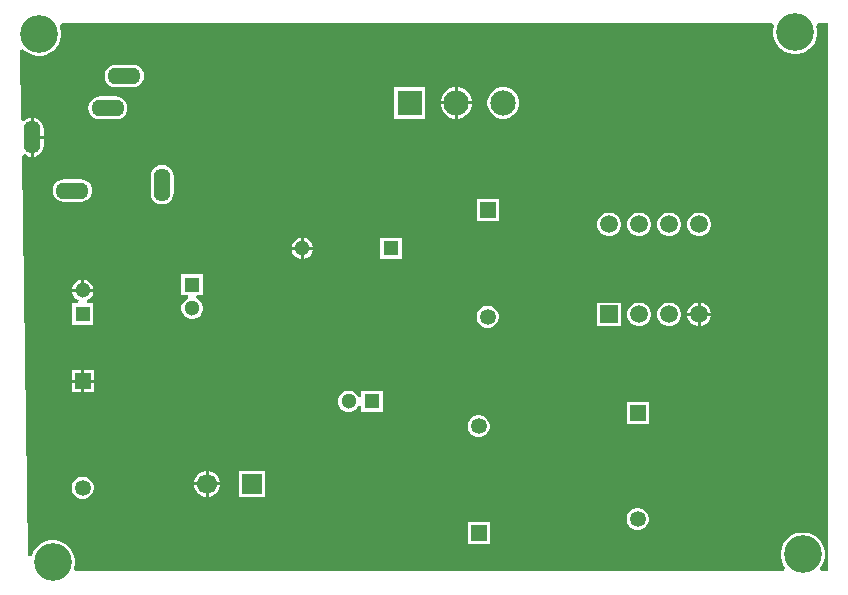
<source format=gtl>
G04*
G04 #@! TF.GenerationSoftware,Altium Limited,Altium Designer,25.2.1 (25)*
G04*
G04 Layer_Physical_Order=1*
G04 Layer_Color=255*
%FSLAX25Y25*%
%MOIN*%
G70*
G04*
G04 #@! TF.SameCoordinates,850D5FA2-28C2-4C25-8C15-A94B59A84C3C*
G04*
G04*
G04 #@! TF.FilePolarity,Positive*
G04*
G01*
G75*
%ADD28C,0.05118*%
%ADD29R,0.05118X0.05118*%
%ADD32C,0.12598*%
%ADD33C,0.08465*%
%ADD34R,0.08465X0.08465*%
%ADD35R,0.05315X0.05315*%
%ADD36C,0.05315*%
%ADD37R,0.05906X0.05906*%
%ADD38C,0.05906*%
%ADD39C,0.06693*%
%ADD40R,0.06693X0.06693*%
%ADD41R,0.05118X0.05118*%
%ADD42O,0.05512X0.11024*%
%ADD43O,0.11024X0.05512*%
G36*
X372500Y307000D02*
X370065D01*
X369772Y308000D01*
X370468Y309043D01*
X371019Y310371D01*
X371299Y311781D01*
Y313219D01*
X371019Y314629D01*
X370468Y315957D01*
X369670Y317153D01*
X368653Y318170D01*
X367458Y318969D01*
X366129Y319519D01*
X364719Y319799D01*
X363281D01*
X361871Y319519D01*
X360542Y318969D01*
X359347Y318170D01*
X358330Y317153D01*
X357531Y315957D01*
X356981Y314629D01*
X356701Y313219D01*
Y311781D01*
X356981Y310371D01*
X357531Y309043D01*
X358228Y308000D01*
X357935Y307000D01*
X121558D01*
X121197Y307540D01*
X121044Y308000D01*
X121299Y309281D01*
Y310719D01*
X121019Y312129D01*
X120468Y313457D01*
X119670Y314653D01*
X118653Y315670D01*
X117457Y316469D01*
X116129Y317019D01*
X114719Y317299D01*
X113281D01*
X111871Y317019D01*
X110543Y316469D01*
X109347Y315670D01*
X108330Y314653D01*
X107531Y313457D01*
X106981Y312129D01*
X106937Y311905D01*
X105935Y311995D01*
X103765Y445454D01*
X103979Y445630D01*
X104758Y445903D01*
X105311Y445479D01*
X106224Y445101D01*
X106705Y445037D01*
Y451516D01*
Y457994D01*
X106224Y457931D01*
X105311Y457552D01*
X104578Y456990D01*
X104340Y457028D01*
X103572Y457349D01*
X103194Y480569D01*
X104187Y480990D01*
X104847Y480330D01*
X106043Y479531D01*
X107371Y478981D01*
X108781Y478701D01*
X110219D01*
X111629Y478981D01*
X112958Y479531D01*
X114153Y480330D01*
X115170Y481347D01*
X115969Y482543D01*
X116519Y483871D01*
X116799Y485281D01*
Y486719D01*
X116519Y488129D01*
X116365Y488500D01*
X117033Y489500D01*
X353942D01*
X354303Y488960D01*
X354456Y488500D01*
X354201Y487219D01*
Y485781D01*
X354481Y484371D01*
X355031Y483042D01*
X355830Y481847D01*
X356847Y480830D01*
X358043Y480031D01*
X359371Y479481D01*
X360781Y479201D01*
X362219D01*
X363629Y479481D01*
X364957Y480031D01*
X366153Y480830D01*
X367170Y481847D01*
X367969Y483042D01*
X368519Y484371D01*
X368799Y485781D01*
Y487219D01*
X368544Y488500D01*
X368697Y488960D01*
X369058Y489500D01*
X372500D01*
Y307000D01*
D02*
G37*
%LPC*%
G36*
X140669Y475776D02*
X135158D01*
X134177Y475647D01*
X133263Y475269D01*
X132479Y474667D01*
X131877Y473882D01*
X131498Y472969D01*
X131369Y471988D01*
X131498Y471008D01*
X131877Y470094D01*
X132479Y469310D01*
X133263Y468707D01*
X134177Y468329D01*
X135158Y468200D01*
X140669D01*
X141650Y468329D01*
X142563Y468707D01*
X143348Y469310D01*
X143950Y470094D01*
X144328Y471008D01*
X144458Y471988D01*
X144328Y472969D01*
X143950Y473882D01*
X143348Y474667D01*
X142563Y475269D01*
X141650Y475647D01*
X140669Y475776D01*
D02*
G37*
G36*
X249279Y468232D02*
X249091D01*
Y463500D01*
X253823D01*
Y463689D01*
X253466Y465020D01*
X252777Y466213D01*
X251803Y467187D01*
X250610Y467876D01*
X249279Y468232D01*
D02*
G37*
G36*
X248091D02*
X247902D01*
X246571Y467876D01*
X245378Y467187D01*
X244404Y466213D01*
X243715Y465020D01*
X243358Y463689D01*
Y463500D01*
X248091D01*
Y468232D01*
D02*
G37*
G36*
X264870D02*
X263492D01*
X262161Y467876D01*
X260968Y467187D01*
X259994Y466213D01*
X259305Y465020D01*
X258949Y463689D01*
Y462311D01*
X259305Y460980D01*
X259994Y459787D01*
X260968Y458813D01*
X262161Y458124D01*
X263492Y457768D01*
X264870D01*
X266201Y458124D01*
X267394Y458813D01*
X268368Y459787D01*
X269057Y460980D01*
X269413Y462311D01*
Y463689D01*
X269057Y465020D01*
X268368Y466213D01*
X267394Y467187D01*
X266201Y467876D01*
X264870Y468232D01*
D02*
G37*
G36*
X253823Y462500D02*
X249091D01*
Y457768D01*
X249279D01*
X250610Y458124D01*
X251803Y458813D01*
X252777Y459787D01*
X253466Y460980D01*
X253823Y462311D01*
Y462500D01*
D02*
G37*
G36*
X248091D02*
X243358D01*
Y462311D01*
X243715Y460980D01*
X244404Y459787D01*
X245378Y458813D01*
X246571Y458124D01*
X247902Y457768D01*
X248091D01*
Y462500D01*
D02*
G37*
G36*
X238232Y468232D02*
X227768D01*
Y457768D01*
X238232D01*
Y468232D01*
D02*
G37*
G36*
X135158Y465147D02*
X129646D01*
X128665Y465018D01*
X127752Y464639D01*
X126967Y464037D01*
X126365Y463252D01*
X125986Y462339D01*
X125857Y461358D01*
X125986Y460378D01*
X126365Y459464D01*
X126967Y458679D01*
X127752Y458077D01*
X128665Y457699D01*
X129646Y457570D01*
X135158D01*
X136138Y457699D01*
X137052Y458077D01*
X137836Y458679D01*
X138438Y459464D01*
X138817Y460378D01*
X138946Y461358D01*
X138817Y462339D01*
X138438Y463252D01*
X137836Y464037D01*
X137052Y464639D01*
X136138Y465018D01*
X135158Y465147D01*
D02*
G37*
G36*
X107705Y457994D02*
Y452016D01*
X110993D01*
Y454272D01*
X110864Y455252D01*
X110485Y456166D01*
X109883Y456950D01*
X109099Y457552D01*
X108185Y457931D01*
X107705Y457994D01*
D02*
G37*
G36*
X110993Y451016D02*
X107705D01*
Y445037D01*
X108185Y445101D01*
X109099Y445479D01*
X109883Y446081D01*
X110485Y446866D01*
X110864Y447779D01*
X110993Y448760D01*
Y451016D01*
D02*
G37*
G36*
X123346Y437587D02*
X117835D01*
X116854Y437458D01*
X115940Y437080D01*
X115156Y436478D01*
X114554Y435693D01*
X114175Y434780D01*
X114046Y433799D01*
X114175Y432819D01*
X114554Y431905D01*
X115156Y431120D01*
X115940Y430518D01*
X116854Y430140D01*
X117835Y430011D01*
X123346D01*
X124327Y430140D01*
X125241Y430518D01*
X126025Y431120D01*
X126627Y431905D01*
X127006Y432819D01*
X127135Y433799D01*
X127006Y434780D01*
X126627Y435693D01*
X126025Y436478D01*
X125241Y437080D01*
X124327Y437458D01*
X123346Y437587D01*
D02*
G37*
G36*
X150512Y442312D02*
X149531Y442183D01*
X148618Y441804D01*
X147833Y441202D01*
X147231Y440418D01*
X146853Y439504D01*
X146723Y438524D01*
Y433012D01*
X146853Y432031D01*
X147231Y431118D01*
X147833Y430333D01*
X148618Y429731D01*
X149531Y429353D01*
X150512Y429223D01*
X151492Y429353D01*
X152406Y429731D01*
X153191Y430333D01*
X153793Y431118D01*
X154171Y432031D01*
X154300Y433012D01*
Y438524D01*
X154171Y439504D01*
X153793Y440418D01*
X153191Y441202D01*
X152406Y441804D01*
X151492Y442183D01*
X150512Y442312D01*
D02*
G37*
G36*
X262657Y430874D02*
X255343D01*
Y423559D01*
X262657D01*
Y430874D01*
D02*
G37*
G36*
X330020Y426453D02*
X328980D01*
X327974Y426183D01*
X327073Y425663D01*
X326337Y424927D01*
X325817Y424026D01*
X325547Y423020D01*
Y421980D01*
X325817Y420974D01*
X326337Y420073D01*
X327073Y419337D01*
X327974Y418817D01*
X328980Y418547D01*
X330020D01*
X331026Y418817D01*
X331927Y419337D01*
X332663Y420073D01*
X333183Y420974D01*
X333453Y421980D01*
Y423020D01*
X333183Y424026D01*
X332663Y424927D01*
X331927Y425663D01*
X331026Y426183D01*
X330020Y426453D01*
D02*
G37*
G36*
X320020D02*
X318980D01*
X317974Y426183D01*
X317073Y425663D01*
X316337Y424927D01*
X315817Y424026D01*
X315547Y423020D01*
Y421980D01*
X315817Y420974D01*
X316337Y420073D01*
X317073Y419337D01*
X317974Y418817D01*
X318980Y418547D01*
X320020D01*
X321026Y418817D01*
X321927Y419337D01*
X322663Y420073D01*
X323183Y420974D01*
X323453Y421980D01*
Y423020D01*
X323183Y424026D01*
X322663Y424927D01*
X321927Y425663D01*
X321026Y426183D01*
X320020Y426453D01*
D02*
G37*
G36*
X310020D02*
X308980D01*
X307974Y426183D01*
X307073Y425663D01*
X306337Y424927D01*
X305817Y424026D01*
X305547Y423020D01*
Y421980D01*
X305817Y420974D01*
X306337Y420073D01*
X307073Y419337D01*
X307974Y418817D01*
X308980Y418547D01*
X310020D01*
X311026Y418817D01*
X311927Y419337D01*
X312663Y420073D01*
X313183Y420974D01*
X313453Y421980D01*
Y423020D01*
X313183Y424026D01*
X312663Y424927D01*
X311927Y425663D01*
X311026Y426183D01*
X310020Y426453D01*
D02*
G37*
G36*
X300020D02*
X298980D01*
X297974Y426183D01*
X297073Y425663D01*
X296337Y424927D01*
X295817Y424026D01*
X295547Y423020D01*
Y421980D01*
X295817Y420974D01*
X296337Y420073D01*
X297073Y419337D01*
X297974Y418817D01*
X298980Y418547D01*
X300020D01*
X301026Y418817D01*
X301927Y419337D01*
X302663Y420073D01*
X303183Y420974D01*
X303453Y421980D01*
Y423020D01*
X303183Y424026D01*
X302663Y424927D01*
X301927Y425663D01*
X301026Y426183D01*
X300020Y426453D01*
D02*
G37*
G36*
X197736Y418051D02*
Y415000D01*
X200787D01*
X200553Y415874D01*
X200084Y416685D01*
X199422Y417348D01*
X198610Y417816D01*
X197736Y418051D01*
D02*
G37*
G36*
X196736D02*
X195862Y417816D01*
X195051Y417348D01*
X194388Y416685D01*
X193920Y415874D01*
X193686Y415000D01*
X196736D01*
Y418051D01*
D02*
G37*
G36*
X200787Y414000D02*
X197736D01*
Y410949D01*
X198610Y411184D01*
X199422Y411652D01*
X200084Y412315D01*
X200553Y413126D01*
X200787Y414000D01*
D02*
G37*
G36*
X196736D02*
X193686D01*
X193920Y413126D01*
X194388Y412315D01*
X195051Y411652D01*
X195862Y411184D01*
X196736Y410949D01*
Y414000D01*
D02*
G37*
G36*
X230323Y418059D02*
X223205D01*
Y410941D01*
X230323D01*
Y418059D01*
D02*
G37*
G36*
X124500Y404051D02*
Y401000D01*
X127551D01*
X127316Y401874D01*
X126848Y402685D01*
X126185Y403348D01*
X125374Y403817D01*
X124500Y404051D01*
D02*
G37*
G36*
X123500D02*
X122626Y403817D01*
X121815Y403348D01*
X121152Y402685D01*
X120684Y401874D01*
X120449Y401000D01*
X123500D01*
Y404051D01*
D02*
G37*
G36*
X330020Y396453D02*
X330000D01*
Y393000D01*
X333453D01*
Y393020D01*
X333183Y394026D01*
X332663Y394927D01*
X331927Y395663D01*
X331026Y396183D01*
X330020Y396453D01*
D02*
G37*
G36*
X329000D02*
X328980D01*
X327974Y396183D01*
X327073Y395663D01*
X326337Y394927D01*
X325817Y394026D01*
X325547Y393020D01*
Y393000D01*
X329000D01*
Y396453D01*
D02*
G37*
G36*
X164059Y405996D02*
X156941D01*
Y398878D01*
X158989D01*
X159126Y397880D01*
X158315Y397411D01*
X157652Y396748D01*
X157184Y395937D01*
X156941Y395032D01*
Y394094D01*
X157184Y393189D01*
X157652Y392378D01*
X158315Y391715D01*
X159126Y391247D01*
X160031Y391004D01*
X160969D01*
X161874Y391247D01*
X162685Y391715D01*
X163348Y392378D01*
X163816Y393189D01*
X164059Y394094D01*
Y395032D01*
X163816Y395937D01*
X163348Y396748D01*
X162685Y397411D01*
X161874Y397880D01*
X162011Y398878D01*
X164059D01*
Y405996D01*
D02*
G37*
G36*
X127551Y400000D02*
X124000D01*
X120449D01*
X120684Y399126D01*
X121152Y398315D01*
X121815Y397652D01*
X122626Y397183D01*
X122489Y396185D01*
X120441D01*
Y389067D01*
X127559D01*
Y396185D01*
X125511D01*
X125374Y397183D01*
X126185Y397652D01*
X126848Y398315D01*
X127316Y399126D01*
X127551Y400000D01*
D02*
G37*
G36*
X333453Y392000D02*
X330000D01*
Y388547D01*
X330020D01*
X331026Y388817D01*
X331927Y389337D01*
X332663Y390073D01*
X333183Y390974D01*
X333453Y391980D01*
Y392000D01*
D02*
G37*
G36*
X329000D02*
X325547D01*
Y391980D01*
X325817Y390974D01*
X326337Y390073D01*
X327073Y389337D01*
X327974Y388817D01*
X328980Y388547D01*
X329000D01*
Y392000D01*
D02*
G37*
G36*
X320020Y396453D02*
X318980D01*
X317974Y396183D01*
X317073Y395663D01*
X316337Y394927D01*
X315817Y394026D01*
X315547Y393020D01*
Y391980D01*
X315817Y390974D01*
X316337Y390073D01*
X317073Y389337D01*
X317974Y388817D01*
X318980Y388547D01*
X320020D01*
X321026Y388817D01*
X321927Y389337D01*
X322663Y390073D01*
X323183Y390974D01*
X323453Y391980D01*
Y393020D01*
X323183Y394026D01*
X322663Y394927D01*
X321927Y395663D01*
X321026Y396183D01*
X320020Y396453D01*
D02*
G37*
G36*
X310020D02*
X308980D01*
X307974Y396183D01*
X307073Y395663D01*
X306337Y394927D01*
X305817Y394026D01*
X305547Y393020D01*
Y391980D01*
X305817Y390974D01*
X306337Y390073D01*
X307073Y389337D01*
X307974Y388817D01*
X308980Y388547D01*
X310020D01*
X311026Y388817D01*
X311927Y389337D01*
X312663Y390073D01*
X313183Y390974D01*
X313453Y391980D01*
Y393020D01*
X313183Y394026D01*
X312663Y394927D01*
X311927Y395663D01*
X311026Y396183D01*
X310020Y396453D01*
D02*
G37*
G36*
X303453D02*
X295547D01*
Y388547D01*
X303453D01*
Y396453D01*
D02*
G37*
G36*
X259482Y395441D02*
X258519D01*
X257588Y395192D01*
X256754Y394710D01*
X256073Y394029D01*
X255592Y393195D01*
X255343Y392265D01*
Y391302D01*
X255592Y390372D01*
X256073Y389538D01*
X256754Y388857D01*
X257588Y388375D01*
X258519Y388126D01*
X259482D01*
X260412Y388375D01*
X261246Y388857D01*
X261927Y389538D01*
X262408Y390372D01*
X262657Y391302D01*
Y392265D01*
X262408Y393195D01*
X261927Y394029D01*
X261246Y394710D01*
X260412Y395192D01*
X259482Y395441D01*
D02*
G37*
G36*
X127657Y373874D02*
X124500D01*
Y370717D01*
X127657D01*
Y373874D01*
D02*
G37*
G36*
X123500D02*
X120343D01*
Y370717D01*
X123500D01*
Y373874D01*
D02*
G37*
G36*
X127657Y369717D02*
X124500D01*
Y366559D01*
X127657D01*
Y369717D01*
D02*
G37*
G36*
X123500D02*
X120343D01*
Y366559D01*
X123500D01*
Y369717D01*
D02*
G37*
G36*
X224059Y367059D02*
X216941D01*
Y365011D01*
X215943Y364874D01*
X215474Y365685D01*
X214811Y366348D01*
X214000Y366816D01*
X213095Y367059D01*
X212157D01*
X211252Y366816D01*
X210441Y366348D01*
X209778Y365685D01*
X209310Y364874D01*
X209067Y363969D01*
Y363031D01*
X209310Y362126D01*
X209778Y361315D01*
X210441Y360652D01*
X211252Y360184D01*
X212157Y359941D01*
X213095D01*
X214000Y360184D01*
X214811Y360652D01*
X215474Y361315D01*
X215943Y362126D01*
X216941Y361989D01*
Y359941D01*
X224059D01*
Y367059D01*
D02*
G37*
G36*
X312657Y363374D02*
X305343D01*
Y356059D01*
X312657D01*
Y363374D01*
D02*
G37*
G36*
X256482Y358874D02*
X255519D01*
X254588Y358625D01*
X253754Y358143D01*
X253073Y357462D01*
X252592Y356628D01*
X252343Y355698D01*
Y354735D01*
X252592Y353805D01*
X253073Y352971D01*
X253754Y352290D01*
X254588Y351808D01*
X255519Y351559D01*
X256482D01*
X257412Y351808D01*
X258246Y352290D01*
X258927Y352971D01*
X259408Y353805D01*
X259658Y354735D01*
Y355698D01*
X259408Y356628D01*
X258927Y357462D01*
X258246Y358143D01*
X257412Y358625D01*
X256482Y358874D01*
D02*
G37*
G36*
X166072Y340347D02*
X166000D01*
Y336500D01*
X169846D01*
Y336572D01*
X169550Y337678D01*
X168978Y338669D01*
X168169Y339478D01*
X167178Y340050D01*
X166072Y340347D01*
D02*
G37*
G36*
X165000D02*
X164928D01*
X163822Y340050D01*
X162831Y339478D01*
X162022Y338669D01*
X161450Y337678D01*
X161153Y336572D01*
Y336500D01*
X165000D01*
Y340347D01*
D02*
G37*
G36*
X184846D02*
X176154D01*
Y331653D01*
X184846D01*
Y340347D01*
D02*
G37*
G36*
X169846Y335500D02*
X166000D01*
Y331653D01*
X166072D01*
X167178Y331950D01*
X168169Y332522D01*
X168978Y333331D01*
X169550Y334322D01*
X169846Y335428D01*
Y335500D01*
D02*
G37*
G36*
X165000D02*
X161153D01*
Y335428D01*
X161450Y334322D01*
X162022Y333331D01*
X162831Y332522D01*
X163822Y331950D01*
X164928Y331653D01*
X165000D01*
Y335500D01*
D02*
G37*
G36*
X124481Y338441D02*
X123519D01*
X122588Y338192D01*
X121754Y337710D01*
X121073Y337029D01*
X120592Y336195D01*
X120343Y335265D01*
Y334302D01*
X120592Y333372D01*
X121073Y332538D01*
X121754Y331857D01*
X122588Y331375D01*
X123519Y331126D01*
X124481D01*
X125412Y331375D01*
X126246Y331857D01*
X126927Y332538D01*
X127408Y333372D01*
X127657Y334302D01*
Y335265D01*
X127408Y336195D01*
X126927Y337029D01*
X126246Y337710D01*
X125412Y338192D01*
X124481Y338441D01*
D02*
G37*
G36*
X309482Y327941D02*
X308519D01*
X307588Y327692D01*
X306754Y327210D01*
X306073Y326529D01*
X305592Y325695D01*
X305343Y324765D01*
Y323802D01*
X305592Y322872D01*
X306073Y322038D01*
X306754Y321357D01*
X307588Y320875D01*
X308519Y320626D01*
X309482D01*
X310412Y320875D01*
X311246Y321357D01*
X311927Y322038D01*
X312408Y322872D01*
X312657Y323802D01*
Y324765D01*
X312408Y325695D01*
X311927Y326529D01*
X311246Y327210D01*
X310412Y327692D01*
X309482Y327941D01*
D02*
G37*
G36*
X259658Y323441D02*
X252343D01*
Y316126D01*
X259658D01*
Y323441D01*
D02*
G37*
%LPD*%
D28*
X212626Y363500D02*
D03*
X160500Y394563D02*
D03*
X197236Y414500D02*
D03*
X124000Y400500D02*
D03*
D29*
X220500Y363500D02*
D03*
X226764Y414500D02*
D03*
D32*
X361500Y486500D02*
D03*
X109500Y486000D02*
D03*
X114000Y310000D02*
D03*
X364000Y312500D02*
D03*
D33*
X264181Y463000D02*
D03*
X248590D02*
D03*
D34*
X233000D02*
D03*
D35*
X309000Y359717D02*
D03*
X256000Y319783D02*
D03*
X259000Y427216D02*
D03*
X124000Y370216D02*
D03*
D36*
X309000Y324284D02*
D03*
X256000Y355217D02*
D03*
X259000Y391783D02*
D03*
X124000Y334784D02*
D03*
D37*
X299500Y392500D02*
D03*
D38*
X309500D02*
D03*
X319500D02*
D03*
X329500D02*
D03*
X299500Y422500D02*
D03*
X309500D02*
D03*
X319500D02*
D03*
X329500D02*
D03*
D39*
X165500Y336000D02*
D03*
D40*
X180500D02*
D03*
D41*
X160500Y402437D02*
D03*
X124000Y392626D02*
D03*
D42*
X107205Y451516D02*
D03*
X150512Y435768D02*
D03*
D43*
X137913Y471988D02*
D03*
X132402Y461358D02*
D03*
X120591Y433799D02*
D03*
M02*

</source>
